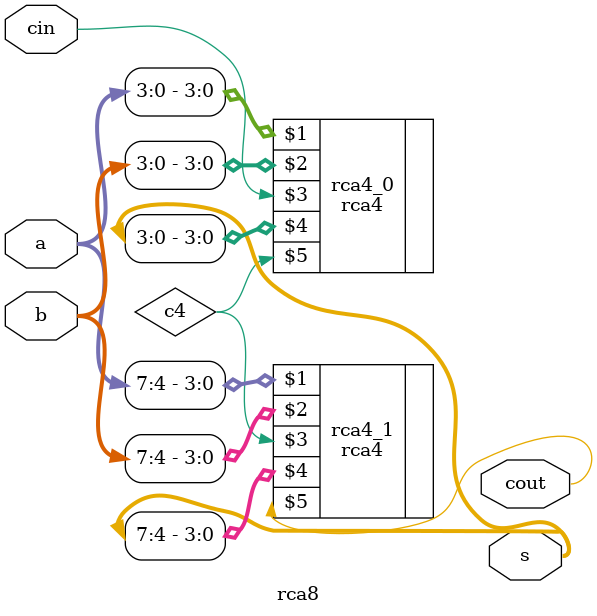
<source format=v>
`timescale 1ns / 1ps


module rca8(input [7:0] a, b, input cin, output [7:0] s, output cout);
  wire c4;

  rca4 rca4_0(a[3:0], b[3:0], cin, s[3:0], c4);
  rca4 rca4_1(a[7:4], b[7:4], c4, s[7:4], cout);
endmodule
</source>
